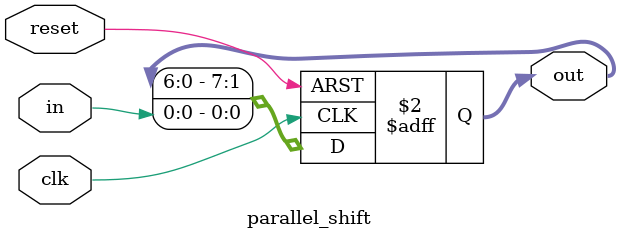
<source format=v>
module parallel_shift(clk, reset, in, out);

input clk, reset, in;
output reg [7:0] out;

always @(posedge clk or posedge reset)
	begin
		if (reset)
			out[7:0] <= 8'b00000000;
		else
			out <= {out[6:0],in};
	end

endmodule 
</source>
